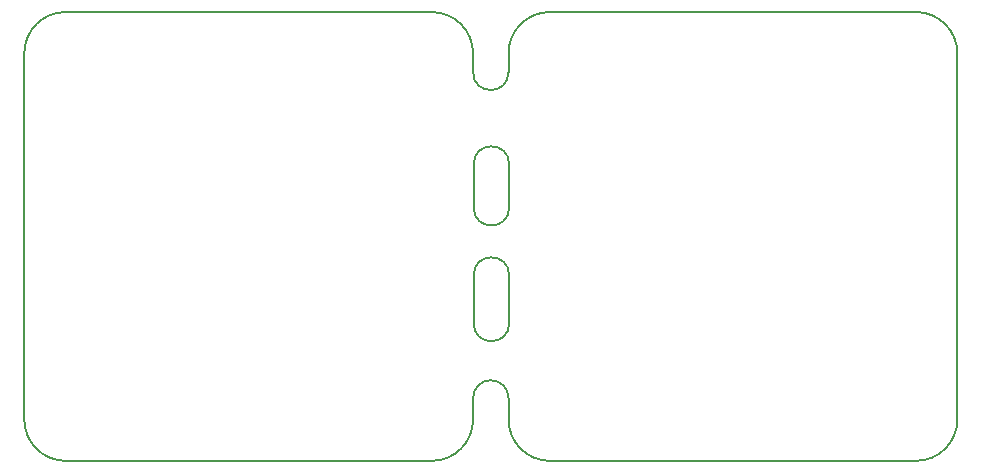
<source format=gbr>
%TF.GenerationSoftware,KiCad,Pcbnew,(7.0.0-0)*%
%TF.CreationDate,2023-05-24T17:39:12+02:00*%
%TF.ProjectId,ethersweep,65746865-7273-4776-9565-702e6b696361,2.0.1*%
%TF.SameCoordinates,Original*%
%TF.FileFunction,Other,ECO1*%
%FSLAX46Y46*%
G04 Gerber Fmt 4.6, Leading zero omitted, Abs format (unit mm)*
G04 Created by KiCad (PCBNEW (7.0.0-0)) date 2023-05-24 17:39:12*
%MOMM*%
%LPD*%
G01*
G04 APERTURE LIST*
%TA.AperFunction,Profile*%
%ADD10C,0.150000*%
%TD*%
G04 APERTURE END LIST*
D10*
X184100000Y-31800000D02*
X184100000Y-30200000D01*
X184100000Y-60700000D02*
X184100000Y-59400000D01*
X180600000Y-26700000D02*
X149600000Y-26700000D01*
X149600000Y-26700000D02*
G75*
G03*
X146100000Y-30200000I0J-3500000D01*
G01*
X184100000Y-30200000D02*
G75*
G03*
X180600000Y-26700000I-3500000J0D01*
G01*
X180600000Y-64700000D02*
G75*
G03*
X184100000Y-61200000I0J3500000D01*
G01*
X146100000Y-30200000D02*
X146100000Y-61200000D01*
X149600000Y-64700000D02*
X180600000Y-64700000D01*
X146100000Y-61200000D02*
G75*
G03*
X149600000Y-64700000I3500000J0D01*
G01*
X184100000Y-61200000D02*
X184100000Y-60700000D01*
X225100000Y-61200000D02*
X225100000Y-30200000D01*
X190600000Y-64700000D02*
X221600000Y-64700000D01*
X187100000Y-61200000D02*
G75*
G03*
X190600000Y-64700000I3500000J0D01*
G01*
X221600000Y-64700000D02*
G75*
G03*
X225100000Y-61200000I0J3500000D01*
G01*
X190600000Y-26700000D02*
G75*
G03*
X187100000Y-30200000I0J-3500000D01*
G01*
X190600000Y-26700000D02*
X221600000Y-26700000D01*
X187100000Y-30200000D02*
X187100000Y-30700000D01*
X187100000Y-61200000D02*
X187100000Y-59400000D01*
X187100000Y-31800000D02*
X187100000Y-30700000D01*
X225100000Y-30200000D02*
G75*
G03*
X221600000Y-26700000I-3500000J0D01*
G01*
X187150000Y-48970000D02*
G75*
G03*
X184150000Y-48970000I-1500000J0D01*
G01*
X187150000Y-39570000D02*
G75*
G03*
X184150000Y-39570000I-1500000J0D01*
G01*
X187100000Y-59400000D02*
G75*
G03*
X184100000Y-59400000I-1500000J30019D01*
G01*
X184150000Y-53070000D02*
X184150000Y-48970000D01*
X184150000Y-43270000D02*
X184150000Y-39570000D01*
X184150000Y-43270000D02*
G75*
G03*
X187150000Y-43270000I1500000J0D01*
G01*
X184100000Y-31800000D02*
G75*
G03*
X187100000Y-31800000I1500000J0D01*
G01*
X187150000Y-39570000D02*
X187150000Y-43270000D01*
X187150000Y-48970000D02*
X187150000Y-53070000D01*
X184150000Y-53070000D02*
G75*
G03*
X187150000Y-53070000I1500000J0D01*
G01*
M02*

</source>
